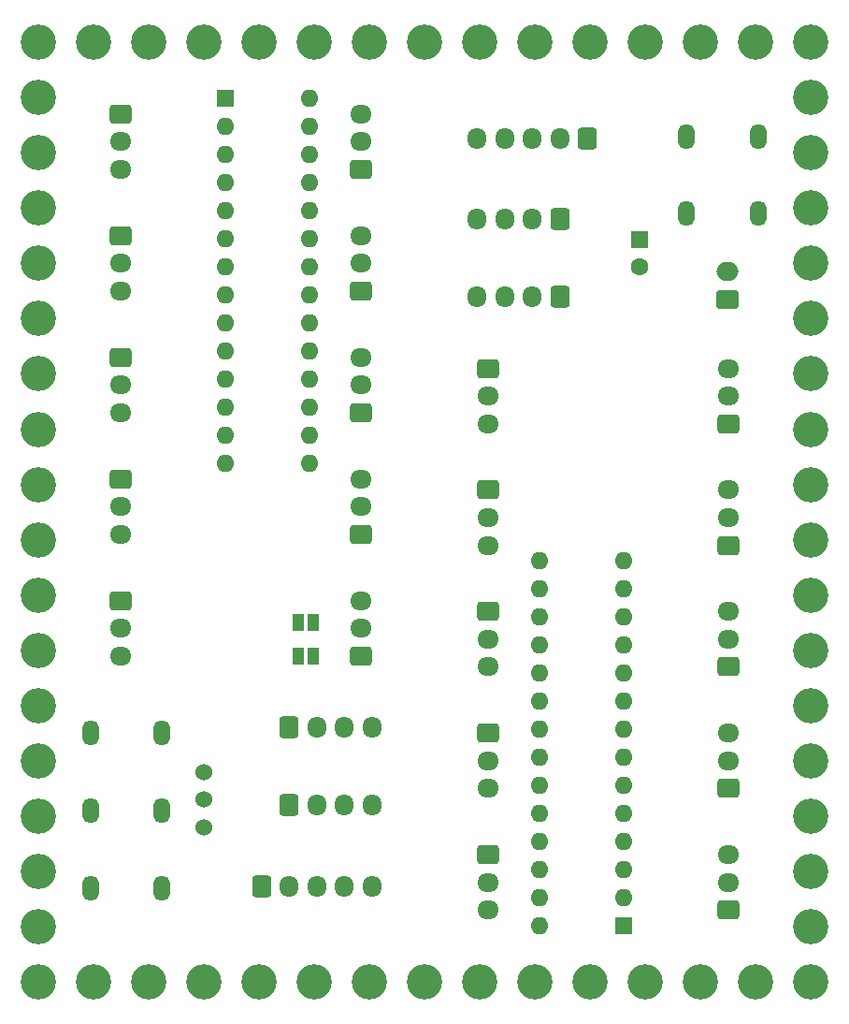
<source format=gbr>
%TF.GenerationSoftware,KiCad,Pcbnew,7.0.6*%
%TF.CreationDate,2023-12-18T00:28:03+09:00*%
%TF.ProjectId,Controller_20220713_TOINIOT2,436f6e74-726f-46c6-9c65-725f32303232,rev?*%
%TF.SameCoordinates,Original*%
%TF.FileFunction,Soldermask,Bot*%
%TF.FilePolarity,Negative*%
%FSLAX46Y46*%
G04 Gerber Fmt 4.6, Leading zero omitted, Abs format (unit mm)*
G04 Created by KiCad (PCBNEW 7.0.6) date 2023-12-18 00:28:03*
%MOMM*%
%LPD*%
G01*
G04 APERTURE LIST*
G04 Aperture macros list*
%AMRoundRect*
0 Rectangle with rounded corners*
0 $1 Rounding radius*
0 $2 $3 $4 $5 $6 $7 $8 $9 X,Y pos of 4 corners*
0 Add a 4 corners polygon primitive as box body*
4,1,4,$2,$3,$4,$5,$6,$7,$8,$9,$2,$3,0*
0 Add four circle primitives for the rounded corners*
1,1,$1+$1,$2,$3*
1,1,$1+$1,$4,$5*
1,1,$1+$1,$6,$7*
1,1,$1+$1,$8,$9*
0 Add four rect primitives between the rounded corners*
20,1,$1+$1,$2,$3,$4,$5,0*
20,1,$1+$1,$4,$5,$6,$7,0*
20,1,$1+$1,$6,$7,$8,$9,0*
20,1,$1+$1,$8,$9,$2,$3,0*%
G04 Aperture macros list end*
%ADD10C,3.200000*%
%ADD11RoundRect,0.250000X-0.725000X0.600000X-0.725000X-0.600000X0.725000X-0.600000X0.725000X0.600000X0*%
%ADD12O,1.950000X1.700000*%
%ADD13RoundRect,0.250000X-0.600000X-0.725000X0.600000X-0.725000X0.600000X0.725000X-0.600000X0.725000X0*%
%ADD14O,1.700000X1.950000*%
%ADD15RoundRect,0.250000X0.600000X0.725000X-0.600000X0.725000X-0.600000X-0.725000X0.600000X-0.725000X0*%
%ADD16O,1.512000X2.300000*%
%ADD17R,1.600000X1.600000*%
%ADD18C,1.600000*%
%ADD19RoundRect,0.250000X0.725000X-0.600000X0.725000X0.600000X-0.725000X0.600000X-0.725000X-0.600000X0*%
%ADD20O,1.600000X1.600000*%
%ADD21C,1.524000*%
%ADD22RoundRect,0.250000X0.750000X-0.600000X0.750000X0.600000X-0.750000X0.600000X-0.750000X-0.600000X0*%
%ADD23O,2.000000X1.700000*%
%ADD24R,1.000000X1.500000*%
G04 APERTURE END LIST*
D10*
%TO.C,REF\u002A\u002A*%
X85000000Y-20000000D03*
%TD*%
%TO.C,REF\u002A\u002A*%
X50000000Y-20000000D03*
%TD*%
D11*
%TO.C,CN1*%
X27500000Y-26500000D03*
D12*
X27500000Y-29000000D03*
X27500000Y-31500000D03*
%TD*%
D13*
%TO.C,I2C1*%
X42750000Y-81975000D03*
D14*
X45250000Y-81975000D03*
X47750000Y-81975000D03*
X50250000Y-81975000D03*
%TD*%
D11*
%TO.C,CN2*%
X27500000Y-37500000D03*
D12*
X27500000Y-40000000D03*
X27500000Y-42500000D03*
%TD*%
D15*
%TO.C,I2C3*%
X67250000Y-43025000D03*
D14*
X64750000Y-43025000D03*
X62250000Y-43025000D03*
X59750000Y-43025000D03*
%TD*%
D10*
%TO.C,REF\u002A\u002A*%
X90000000Y-65000000D03*
%TD*%
%TO.C,REF\u002A\u002A*%
X20000000Y-35000000D03*
%TD*%
%TO.C,REF\u002A\u002A*%
X60000000Y-20000000D03*
%TD*%
%TO.C,REF\u002A\u002A*%
X70000000Y-105000000D03*
%TD*%
D11*
%TO.C,CN17*%
X60725000Y-82500000D03*
D12*
X60725000Y-85000000D03*
X60725000Y-87500000D03*
%TD*%
D16*
%TO.C,RESET2*%
X78750000Y-28500000D03*
X85250000Y-28500000D03*
%TD*%
D10*
%TO.C,REF\u002A\u002A*%
X25000000Y-20000000D03*
%TD*%
%TO.C,REF\u002A\u002A*%
X40000000Y-105000000D03*
%TD*%
%TO.C,REF\u002A\u002A*%
X40000000Y-20000000D03*
%TD*%
%TO.C,REF\u002A\u002A*%
X70000000Y-20000000D03*
%TD*%
D16*
%TO.C,RESET*%
X31250000Y-96500000D03*
X24750000Y-96500000D03*
%TD*%
D10*
%TO.C,REF\u002A\u002A*%
X20000000Y-40000000D03*
%TD*%
D17*
%TO.C,C1*%
X74500000Y-37817621D03*
D18*
X74500000Y-40317621D03*
%TD*%
D10*
%TO.C,REF\u002A\u002A*%
X60000000Y-105000000D03*
%TD*%
%TO.C,REF\u002A\u002A*%
X35000000Y-105000000D03*
%TD*%
%TO.C,REF\u002A\u002A*%
X20000000Y-80000000D03*
%TD*%
%TO.C,REF\u002A\u002A*%
X45000000Y-105000000D03*
%TD*%
%TO.C,REF\u002A\u002A*%
X20000000Y-50000000D03*
%TD*%
%TO.C,REF\u002A\u002A*%
X90000000Y-25000000D03*
%TD*%
D19*
%TO.C,CN11*%
X82500000Y-98500000D03*
D12*
X82500000Y-96000000D03*
X82500000Y-93500000D03*
%TD*%
D10*
%TO.C,REF\u002A\u002A*%
X30000000Y-20000000D03*
%TD*%
%TO.C,REF\u002A\u002A*%
X90000000Y-80000000D03*
%TD*%
%TO.C,REF\u002A\u002A*%
X55000000Y-105000000D03*
%TD*%
%TO.C,REF\u002A\u002A*%
X20000000Y-75000000D03*
%TD*%
%TO.C,REF\u002A\u002A*%
X90000000Y-95000000D03*
%TD*%
%TO.C,REF\u002A\u002A*%
X90000000Y-30000000D03*
%TD*%
%TO.C,REF\u002A\u002A*%
X90000000Y-105000000D03*
%TD*%
%TO.C,REF\u002A\u002A*%
X90000000Y-60000000D03*
%TD*%
%TO.C,REF\u002A\u002A*%
X75000000Y-20000000D03*
%TD*%
%TO.C,REF\u002A\u002A*%
X90000000Y-85000000D03*
%TD*%
%TO.C,REF\u002A\u002A*%
X90000000Y-75000000D03*
%TD*%
%TO.C,REF\u002A\u002A*%
X20000000Y-100000000D03*
%TD*%
%TO.C,REF\u002A\u002A*%
X75000000Y-105000000D03*
%TD*%
%TO.C,REF\u002A\u002A*%
X90000000Y-55000000D03*
%TD*%
%TO.C,REF\u002A\u002A*%
X65000000Y-20000000D03*
%TD*%
%TO.C,REF\u002A\u002A*%
X25000000Y-105000000D03*
%TD*%
%TO.C,REF\u002A\u002A*%
X20000000Y-60000000D03*
%TD*%
D17*
%TO.C,U1*%
X37000000Y-25100000D03*
D20*
X37000000Y-27640000D03*
X37000000Y-30180000D03*
X37000000Y-32720000D03*
X37000000Y-35260000D03*
X37000000Y-37800000D03*
X37000000Y-40340000D03*
X37000000Y-42880000D03*
X37000000Y-45420000D03*
X37000000Y-47960000D03*
X37000000Y-50500000D03*
X37000000Y-53040000D03*
X37000000Y-55580000D03*
X37000000Y-58120000D03*
X44620000Y-58120000D03*
X44620000Y-55580000D03*
X44620000Y-53040000D03*
X44620000Y-50500000D03*
X44620000Y-47960000D03*
X44620000Y-45420000D03*
X44620000Y-42880000D03*
X44620000Y-40340000D03*
X44620000Y-37800000D03*
X44620000Y-35260000D03*
X44620000Y-32720000D03*
X44620000Y-30180000D03*
X44620000Y-27640000D03*
X44620000Y-25100000D03*
%TD*%
D10*
%TO.C,REF\u002A\u002A*%
X20000000Y-70000000D03*
%TD*%
%TO.C,REF\u002A\u002A*%
X20000000Y-65000000D03*
%TD*%
%TO.C,REF\u002A\u002A*%
X20000000Y-95000000D03*
%TD*%
%TO.C,REF\u002A\u002A*%
X20000000Y-20000000D03*
%TD*%
D19*
%TO.C,CN15*%
X82500000Y-54500000D03*
D12*
X82500000Y-52000000D03*
X82500000Y-49500000D03*
%TD*%
D19*
%TO.C,CN7*%
X49275000Y-42500000D03*
D12*
X49275000Y-40000000D03*
X49275000Y-37500000D03*
%TD*%
D10*
%TO.C,REF\u002A\u002A*%
X35000000Y-20000000D03*
%TD*%
D16*
%TO.C,START*%
X31250000Y-89500000D03*
X24750000Y-89500000D03*
%TD*%
D10*
%TO.C,REF\u002A\u002A*%
X55000000Y-20000000D03*
%TD*%
D17*
%TO.C,U2*%
X73000000Y-99925000D03*
D20*
X73000000Y-97385000D03*
X73000000Y-94845000D03*
X73000000Y-92305000D03*
X73000000Y-89765000D03*
X73000000Y-87225000D03*
X73000000Y-84685000D03*
X73000000Y-82145000D03*
X73000000Y-79605000D03*
X73000000Y-77065000D03*
X73000000Y-74525000D03*
X73000000Y-71985000D03*
X73000000Y-69445000D03*
X73000000Y-66905000D03*
X65380000Y-66905000D03*
X65380000Y-69445000D03*
X65380000Y-71985000D03*
X65380000Y-74525000D03*
X65380000Y-77065000D03*
X65380000Y-79605000D03*
X65380000Y-82145000D03*
X65380000Y-84685000D03*
X65380000Y-87225000D03*
X65380000Y-89765000D03*
X65380000Y-92305000D03*
X65380000Y-94845000D03*
X65380000Y-97385000D03*
X65380000Y-99925000D03*
%TD*%
D10*
%TO.C,REF\u002A\u002A*%
X20000000Y-105000000D03*
%TD*%
D11*
%TO.C,CN4*%
X27500000Y-59500000D03*
D12*
X27500000Y-62000000D03*
X27500000Y-64500000D03*
%TD*%
D13*
%TO.C,SER1*%
X40250000Y-96330000D03*
D14*
X42750000Y-96330000D03*
X45250000Y-96330000D03*
X47750000Y-96330000D03*
X50250000Y-96330000D03*
%TD*%
D10*
%TO.C,REF\u002A\u002A*%
X90000000Y-35000000D03*
%TD*%
%TO.C,REF\u002A\u002A*%
X90000000Y-100000000D03*
%TD*%
D11*
%TO.C,CN5*%
X27500000Y-70500000D03*
D12*
X27500000Y-73000000D03*
X27500000Y-75500000D03*
%TD*%
D21*
%TO.C,SW5*%
X35000000Y-86000000D03*
X35000000Y-88500000D03*
X35000000Y-91000000D03*
%TD*%
D13*
%TO.C,I2C2*%
X42750000Y-89000000D03*
D14*
X45250000Y-89000000D03*
X47750000Y-89000000D03*
X50250000Y-89000000D03*
%TD*%
D10*
%TO.C,REF\u002A\u002A*%
X20000000Y-85000000D03*
%TD*%
D15*
%TO.C,I2C4*%
X67250000Y-36000000D03*
D14*
X64750000Y-36000000D03*
X62250000Y-36000000D03*
X59750000Y-36000000D03*
%TD*%
D19*
%TO.C,CN6*%
X49275000Y-31500000D03*
D12*
X49275000Y-29000000D03*
X49275000Y-26500000D03*
%TD*%
D19*
%TO.C,CN13*%
X82500000Y-76500000D03*
D12*
X82500000Y-74000000D03*
X82500000Y-71500000D03*
%TD*%
D10*
%TO.C,REF\u002A\u002A*%
X85000000Y-105000000D03*
%TD*%
%TO.C,REF\u002A\u002A*%
X90000000Y-90000000D03*
%TD*%
%TO.C,REF\u002A\u002A*%
X90000000Y-70000000D03*
%TD*%
D11*
%TO.C,CN20*%
X60725000Y-49500000D03*
D12*
X60725000Y-52000000D03*
X60725000Y-54500000D03*
%TD*%
D10*
%TO.C,REF\u002A\u002A*%
X90000000Y-50000000D03*
%TD*%
D19*
%TO.C,CN14*%
X82500000Y-65500000D03*
D12*
X82500000Y-63000000D03*
X82500000Y-60500000D03*
%TD*%
D10*
%TO.C,REF\u002A\u002A*%
X20000000Y-90000000D03*
%TD*%
%TO.C,REF\u002A\u002A*%
X20000000Y-30000000D03*
%TD*%
%TO.C,REF\u002A\u002A*%
X45000000Y-20000000D03*
%TD*%
D16*
%TO.C,BTN-CN10*%
X24750000Y-82500000D03*
X31250000Y-82500000D03*
%TD*%
%TO.C,START2*%
X78750000Y-35500000D03*
X85250000Y-35500000D03*
%TD*%
D10*
%TO.C,REF\u002A\u002A*%
X20000000Y-25000000D03*
%TD*%
%TO.C,REF\u002A\u002A*%
X30000000Y-105000000D03*
%TD*%
%TO.C,REF\u002A\u002A*%
X90000000Y-40000000D03*
%TD*%
%TO.C,REF\u002A\u002A*%
X80000000Y-20000000D03*
%TD*%
%TO.C,REF\u002A\u002A*%
X65000000Y-105000000D03*
%TD*%
D22*
%TO.C,J1*%
X82475000Y-43250000D03*
D23*
X82475000Y-40750000D03*
%TD*%
D10*
%TO.C,REF\u002A\u002A*%
X20000000Y-45000000D03*
%TD*%
%TO.C,REF\u002A\u002A*%
X90000000Y-20000000D03*
%TD*%
%TO.C,REF\u002A\u002A*%
X20000000Y-55000000D03*
%TD*%
D19*
%TO.C,CN9*%
X49275000Y-64500000D03*
D12*
X49275000Y-62000000D03*
X49275000Y-59500000D03*
%TD*%
D15*
%TO.C,SER2*%
X69750000Y-28670000D03*
D14*
X67250000Y-28670000D03*
X64750000Y-28670000D03*
X62250000Y-28670000D03*
X59750000Y-28670000D03*
%TD*%
D11*
%TO.C,CN18*%
X60725000Y-71500000D03*
D12*
X60725000Y-74000000D03*
X60725000Y-76500000D03*
%TD*%
D19*
%TO.C,CN12*%
X82500000Y-87500000D03*
D12*
X82500000Y-85000000D03*
X82500000Y-82500000D03*
%TD*%
D10*
%TO.C,REF\u002A\u002A*%
X50000000Y-105000000D03*
%TD*%
D11*
%TO.C,CN19*%
X60725000Y-60500000D03*
D12*
X60725000Y-63000000D03*
X60725000Y-65500000D03*
%TD*%
D10*
%TO.C,REF\u002A\u002A*%
X90000000Y-45000000D03*
%TD*%
D11*
%TO.C,CN3*%
X27500000Y-48500000D03*
D12*
X27500000Y-51000000D03*
X27500000Y-53500000D03*
%TD*%
D10*
%TO.C,REF\u002A\u002A*%
X80000000Y-105000000D03*
%TD*%
D19*
%TO.C,CN8*%
X49275000Y-53500000D03*
D12*
X49275000Y-51000000D03*
X49275000Y-48500000D03*
%TD*%
D11*
%TO.C,CN16*%
X60725000Y-93500000D03*
D12*
X60725000Y-96000000D03*
X60725000Y-98500000D03*
%TD*%
D19*
%TO.C,CN10*%
X49275000Y-75500000D03*
D12*
X49275000Y-73000000D03*
X49275000Y-70500000D03*
%TD*%
D24*
%TO.C,JP2*%
X44900000Y-72500000D03*
X43600000Y-72500000D03*
%TD*%
%TO.C,JP1*%
X43600000Y-75500000D03*
X44900000Y-75500000D03*
%TD*%
M02*

</source>
